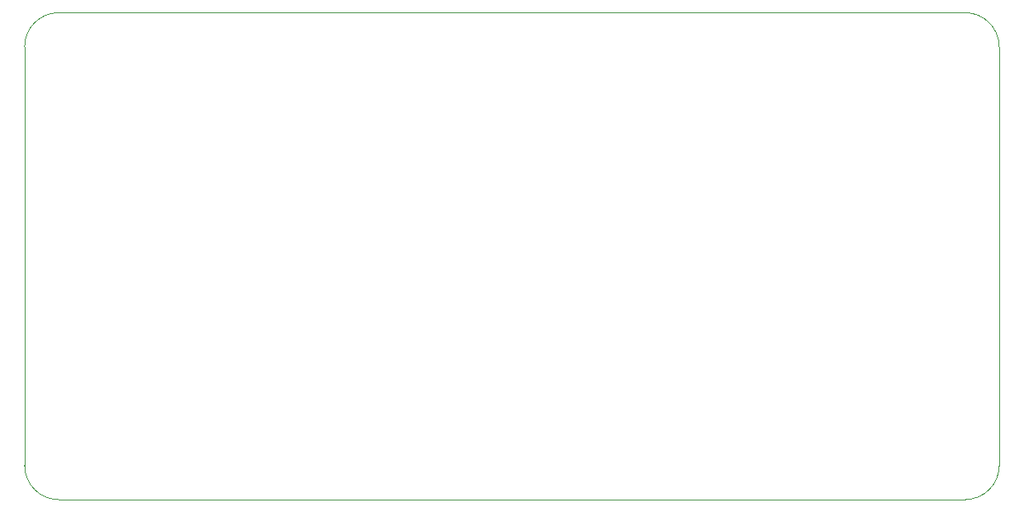
<source format=gbr>
%TF.GenerationSoftware,KiCad,Pcbnew,(5.1.6)-1*%
%TF.CreationDate,2021-01-29T14:11:21+08:00*%
%TF.ProjectId,STM32F0_Nixie_Clock,53544d33-3246-4305-9f4e-697869655f43,V3.0*%
%TF.SameCoordinates,Original*%
%TF.FileFunction,Profile,NP*%
%FSLAX46Y46*%
G04 Gerber Fmt 4.6, Leading zero omitted, Abs format (unit mm)*
G04 Created by KiCad (PCBNEW (5.1.6)-1) date 2021-01-29 14:11:21*
%MOMM*%
%LPD*%
G01*
G04 APERTURE LIST*
%TA.AperFunction,Profile*%
%ADD10C,0.050000*%
%TD*%
G04 APERTURE END LIST*
D10*
X106500000Y-87000000D02*
X106500000Y-130000000D01*
X206500000Y-130000000D02*
X206500000Y-87000000D01*
X110000000Y-133500000D02*
G75*
G02*
X106500000Y-130000000I0J3500000D01*
G01*
X203000000Y-83500000D02*
X110000000Y-83500000D01*
X110000000Y-133500000D02*
X203000000Y-133500000D01*
X106500000Y-87000000D02*
G75*
G02*
X110000000Y-83500000I3500000J0D01*
G01*
X206500000Y-130000000D02*
G75*
G02*
X203000000Y-133500000I-3500000J0D01*
G01*
X203000000Y-83500000D02*
G75*
G02*
X206500000Y-87000000I0J-3500000D01*
G01*
M02*

</source>
